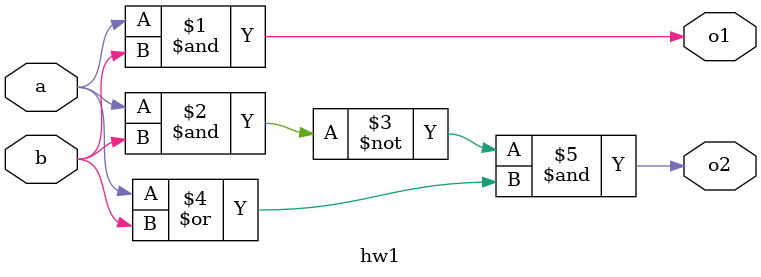
<source format=v>

module hw1(a, b, o1, o2);
	input a, b;
	output o1, o2;
	wire w1, w2, w3;

	//assign w1 = ~(a & b);
	//assign w2 = a | b;
	//assign w3 = ~(~(a & b) & (a | b));
	assign o1 = (a & b);
	assign o2 = (~(a & b) & (a | b));
endmodule
</source>
